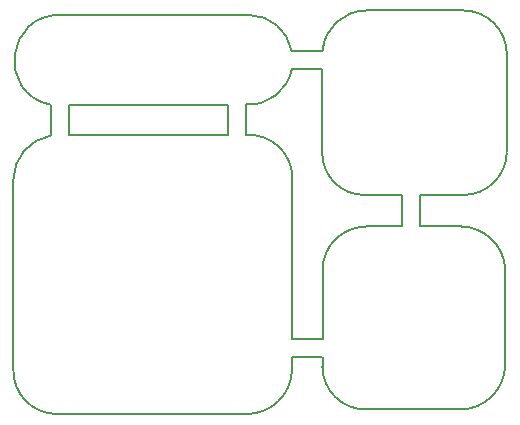
<source format=gm1>
%TF.GenerationSoftware,KiCad,Pcbnew,4.0.4+e1-6308~48~ubuntu14.04.1-stable*%
%TF.CreationDate,2016-11-18T09:45:06-08:00*%
%TF.ProjectId,LegoLED-Button-Battery,4C65676F4C45442D427574746F6E2D42,rev?*%
%TF.FileFunction,Profile,NP*%
%FSLAX46Y46*%
G04 Gerber Fmt 4.6, Leading zero omitted, Abs format (unit mm)*
G04 Created by KiCad (PCBNEW 4.0.4+e1-6308~48~ubuntu14.04.1-stable) date Fri Nov 18 09:45:06 2016*
%MOMM*%
%LPD*%
G01*
G04 APERTURE LIST*
%ADD10C,0.350000*%
%ADD11C,0.152400*%
G04 APERTURE END LIST*
D10*
D11*
X179832000Y-100838000D02*
X180848000Y-100838000D01*
X169011600Y-114554000D02*
X169011600Y-115570000D01*
X171602400Y-114554000D02*
X171602400Y-115366800D01*
X179832000Y-103479600D02*
X179832000Y-100838000D01*
X178308000Y-100838000D02*
X178308000Y-103479600D01*
X169037000Y-114554000D02*
X171577000Y-114554000D01*
X171551600Y-113030000D02*
X169011600Y-113030000D01*
X180848000Y-100838000D02*
X183515000Y-100838000D01*
X165100000Y-93218000D02*
X165100000Y-95758000D01*
X163576000Y-93218000D02*
X163576000Y-95758000D01*
X150114000Y-93218000D02*
X150114000Y-95758000D01*
X148590000Y-93218000D02*
X148590000Y-95758000D01*
X169011600Y-90170000D02*
X171577000Y-90170000D01*
X169011600Y-88646000D02*
X171577000Y-88646000D01*
X183515000Y-100840189D02*
G75*
G03X187198000Y-97282000I0J3685189D01*
G01*
X175133000Y-100838000D02*
X178308000Y-100838000D01*
X171577000Y-97404548D02*
G75*
G03X175130888Y-100838000I3553888J122548D01*
G01*
X171577000Y-90170000D02*
X171577000Y-97282000D01*
X187198000Y-88900000D02*
X187198000Y-97155000D01*
X187198000Y-88900000D02*
G75*
G03X183515000Y-85217000I-3683000J0D01*
G01*
X175260000Y-85217000D02*
X183515000Y-85217000D01*
X175260000Y-85233591D02*
G75*
G03X171602400Y-88646000I0J-3666409D01*
G01*
X148598640Y-95809839D02*
G75*
G03X145415000Y-99568000I626360J-3758161D01*
G01*
X145415000Y-115570000D02*
X145415000Y-99568000D01*
X145418476Y-115537021D02*
G75*
G03X149098000Y-119380000I3679524J-159979D01*
G01*
X165100000Y-119380000D02*
X149098000Y-119380000D01*
X165082596Y-119378141D02*
G75*
G03X169011600Y-115570000I119004J3808141D01*
G01*
X171577346Y-115366447D02*
G75*
G03X175260000Y-118999000I3682654J50447D01*
G01*
X183134000Y-118999000D02*
X175260000Y-118999000D01*
X183134000Y-118999000D02*
G75*
G03X187059402Y-115190748I115402J3808252D01*
G01*
X187071000Y-107188000D02*
X187071000Y-115316000D01*
X187071000Y-107183699D02*
G75*
G03X183263263Y-103505000I-3807737J-131301D01*
G01*
X179832000Y-103479600D02*
X183388000Y-103505000D01*
X175260000Y-103505000D02*
X178308000Y-103479600D01*
X175260000Y-103530047D02*
G75*
G03X171602400Y-107137200I0J-3657953D01*
G01*
X171602400Y-113030000D02*
X171602400Y-107035600D01*
X169037000Y-99441000D02*
X169011600Y-113030000D01*
X169045301Y-99415600D02*
G75*
G03X165100000Y-95758000I-3668090J0D01*
G01*
X163576000Y-95758000D02*
X150114000Y-95758000D01*
X150114000Y-93218000D02*
X163576000Y-93218000D01*
X149479000Y-85598000D02*
G75*
G03X148576311Y-93200255I-127347J-3839599D01*
G01*
X165354000Y-85598000D02*
X149479000Y-85598000D01*
X165109391Y-93176865D02*
G75*
G03X169011600Y-90170000I244609J3718065D01*
G01*
X168979647Y-88633564D02*
G75*
G03X165354000Y-85598000I-3625647J-647436D01*
G01*
M02*

</source>
